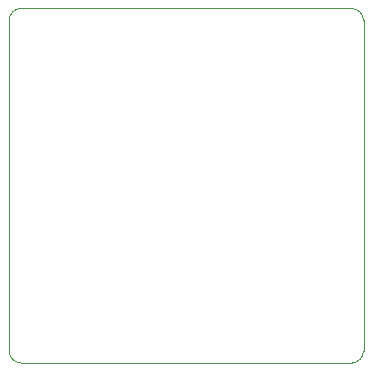
<source format=gm1>
G04 #@! TF.GenerationSoftware,KiCad,Pcbnew,5.1.10*
G04 #@! TF.CreationDate,2021-09-07T22:45:51+08:00*
G04 #@! TF.ProjectId,nypx06,6e797078-3036-42e6-9b69-6361645f7063,rev?*
G04 #@! TF.SameCoordinates,Original*
G04 #@! TF.FileFunction,Profile,NP*
%FSLAX46Y46*%
G04 Gerber Fmt 4.6, Leading zero omitted, Abs format (unit mm)*
G04 Created by KiCad (PCBNEW 5.1.10) date 2021-09-07 22:45:51*
%MOMM*%
%LPD*%
G01*
G04 APERTURE LIST*
G04 #@! TA.AperFunction,Profile*
%ADD10C,0.050000*%
G04 #@! TD*
G04 APERTURE END LIST*
D10*
X100800000Y-150000000D02*
G75*
G02*
X99800000Y-149000000I0J1000000D01*
G01*
X129800000Y-149000000D02*
G75*
G02*
X128800000Y-150000000I-1000000J0D01*
G01*
X128800000Y-120000000D02*
G75*
G02*
X129800000Y-121000000I0J-1000000D01*
G01*
X99800000Y-121000000D02*
G75*
G02*
X100800000Y-120000000I1000000J0D01*
G01*
X129800000Y-121000000D02*
X129800000Y-149000000D01*
X128800000Y-150000000D02*
X100800000Y-150000000D01*
X100800000Y-120000000D02*
X128800000Y-120000000D01*
X99800000Y-149000000D02*
X99800000Y-121000000D01*
M02*

</source>
